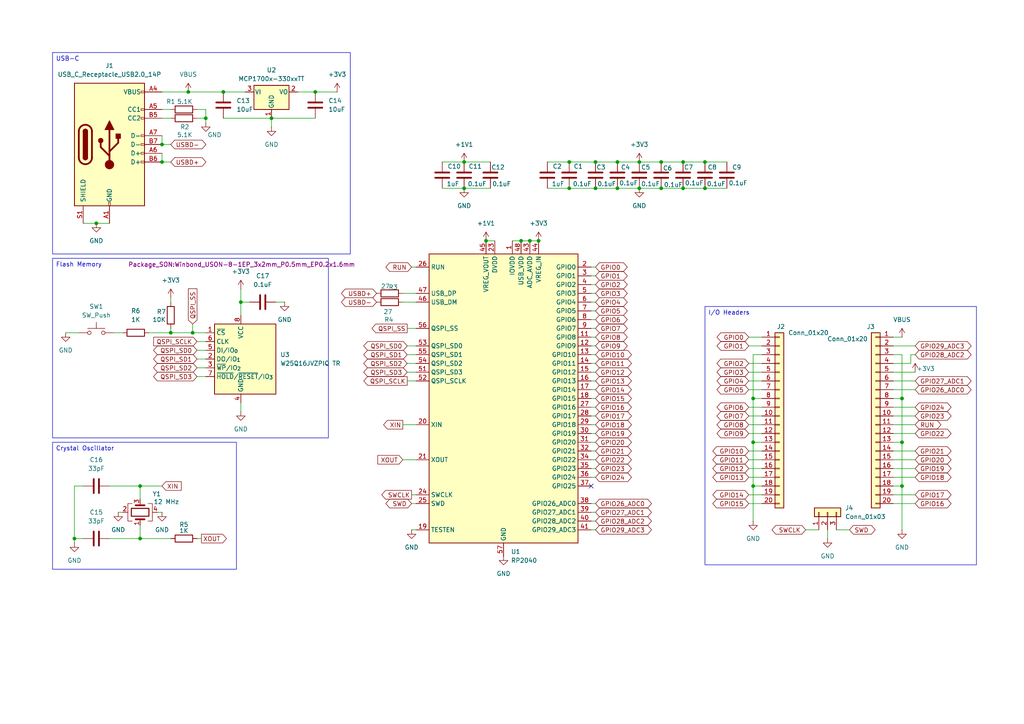
<source format=kicad_sch>
(kicad_sch (version 20250114) (generator "eeschema") (generator_version "9.0")
  (paper "A4")
  (lib_symbols
    (symbol "Connector:USB_C_Receptacle_USB2.0_14P" (pin_names (offset 1.016))
      (property "Reference" "J" (at 0 22.225 0))
      (property "Value" "USB_C_Receptacle_USB2.0_14P" (at 0 19.685 0))
      (symbol "USB_C_Receptacle_USB2.0_14P_1_1"
        (pin passive line (at -7.62 -22.86 90) (length 5.08) (name "SHIELD") (number "S1"))
        (pin passive line (at 0 -22.86 90) (length 5.08) (name "GND") (number "A1"))
        (pin passive line (at 0 -22.86 90) (length 5.08) (hide yes) (name "GND") (number "A12"))
        (pin passive line (at 0 -22.86 90) (length 5.08) (hide yes) (name "GND") (number "B1"))
        (pin passive line (at 0 -22.86 90) (length 5.08) (hide yes) (name "GND") (number "B12"))
        (pin passive line (at 15.24 15.24 180) (length 5.08) (name "VBUS") (number "A4"))
        (pin passive line (at 15.24 15.24 180) (length 5.08) (hide yes) (name "VBUS") (number "A9"))
        (pin passive line (at 15.24 15.24 180) (length 5.08) (hide yes) (name "VBUS") (number "B4"))
        (pin passive line (at 15.24 15.24 180) (length 5.08) (hide yes) (name "VBUS") (number "B9"))
        (pin bidirectional line (at 15.24 10.16 180) (length 5.08) (name "CC1") (number "A5"))
        (pin bidirectional line (at 15.24 7.62 180) (length 5.08) (name "CC2") (number "B5"))
        (pin bidirectional line (at 15.24 2.54 180) (length 5.08) (name "D-") (number "A7"))
        (pin bidirectional line (at 15.24 0 180) (length 5.08) (name "D-") (number "B7"))
        (pin bidirectional line (at 15.24 -2.54 180) (length 5.08) (name "D+") (number "A6"))
        (pin bidirectional line (at 15.24 -5.08 180) (length 5.08) (name "D+") (number "B6"))
      )
    )
    (symbol "Connector_Generic:Conn_01x03" (pin_names (offset 1.016) (hide yes))
      (property "Reference" "J" (at 0 5.08 0))
      (property "Value" "Conn_01x03" (at 0 -5.08 0))
      (symbol "Conn_01x03_1_1"
        (pin passive line (at -5.08 2.54 0) (length 3.81) (name "Pin_1") (number "1"))
        (pin passive line (at -5.08 0 0) (length 3.81) (name "Pin_2") (number "2"))
        (pin passive line (at -5.08 -2.54 0) (length 3.81) (name "Pin_3") (number "3"))
      )
    )
    (symbol "Connector_Generic:Conn_01x20" (pin_names (offset 1.016) (hide yes))
      (property "Reference" "J" (at 0 25.4 0))
      (property "Value" "Conn_01x20" (at 0 -27.94 0))
      (symbol "Conn_01x20_1_1"
        (pin passive line (at -5.08 22.86 0) (length 3.81) (name "Pin_1") (number "1"))
        (pin passive line (at -5.08 20.32 0) (length 3.81) (name "Pin_2") (number "2"))
        (pin passive line (at -5.08 17.78 0) (length 3.81) (name "Pin_3") (number "3"))
        (pin passive line (at -5.08 15.24 0) (length 3.81) (name "Pin_4") (number "4"))
        (pin passive line (at -5.08 12.7 0) (length 3.81) (name "Pin_5") (number "5"))
        (pin passive line (at -5.08 10.16 0) (length 3.81) (name "Pin_6") (number "6"))
        (pin passive line (at -5.08 7.62 0) (length 3.81) (name "Pin_7") (number "7"))
        (pin passive line (at -5.08 5.08 0) (length 3.81) (name "Pin_8") (number "8"))
        (pin passive line (at -5.08 2.54 0) (length 3.81) (name "Pin_9") (number "9"))
        (pin passive line (at -5.08 0 0) (length 3.81) (name "Pin_10") (number "10"))
        (pin passive line (at -5.08 -2.54 0) (length 3.81) (name "Pin_11") (number "11"))
        (pin passive line (at -5.08 -5.08 0) (length 3.81) (name "Pin_12") (number "12"))
        (pin passive line (at -5.08 -7.62 0) (length 3.81) (name "Pin_13") (number "13"))
        (pin passive line (at -5.08 -10.16 0) (length 3.81) (name "Pin_14") (number "14"))
        (pin passive line (at -5.08 -12.7 0) (length 3.81) (name "Pin_15") (number "15"))
        (pin passive line (at -5.08 -15.24 0) (length 3.81) (name "Pin_16") (number "16"))
        (pin passive line (at -5.08 -17.78 0) (length 3.81) (name "Pin_17") (number "17"))
        (pin passive line (at -5.08 -20.32 0) (length 3.81) (name "Pin_18") (number "18"))
        (pin passive line (at -5.08 -22.86 0) (length 3.81) (name "Pin_19") (number "19"))
        (pin passive line (at -5.08 -25.4 0) (length 3.81) (name "Pin_20") (number "20"))
      )
    )
    (symbol "Device:C" (pin_numbers (hide yes)) (pin_names (offset 0.254))
      (property "Reference" "C" (at 0.635 2.54 0))
      (property "Value" "C" (at 0.635 -2.54 0))
      (symbol "C_1_1"
        (pin passive line (at 0 3.81 270) (length 2.794) (name "~") (number "1"))
        (pin passive line (at 0 -3.81 90) (length 2.794) (name "~") (number "2"))
      )
    )
    (symbol "Device:Crystal_GND24" (pin_names (offset 1.016) (hide yes))
      (property "Reference" "Y" (at 3.175 5.08 0))
      (property "Value" "Crystal_GND24" (at 3.175 3.175 0))
      (symbol "Crystal_GND24_1_1"
        (pin passive line (at -3.81 0 0) (length 1.27) (name "1") (number "1"))
        (pin passive line (at 0 5.08 270) (length 1.27) (name "2") (number "2"))
        (pin passive line (at 0 -5.08 90) (length 1.27) (name "4") (number "4"))
        (pin passive line (at 3.81 0 180) (length 1.27) (name "3") (number "3"))
      )
    )
    (symbol "Device:R" (pin_numbers (hide yes)) (pin_names (offset 0))
      (property "Reference" "R" (at 2.032 0 90))
      (property "Value" "R" (at 0 0 90))
      (symbol "R_1_1"
        (pin passive line (at 0 3.81 270) (length 1.27) (name "~") (number "1"))
        (pin passive line (at 0 -3.81 90) (length 1.27) (name "~") (number "2"))
      )
    )
    (symbol "MCU_RaspberryPi:RP2040"
      (property "Reference" "U" (at 17.78 45.72 0))
      (property "Value" "RP2040" (at 17.78 43.18 0))
      (symbol "RP2040_1_1"
        (pin input line (at -25.4 38.1 0) (length 3.81) (name "RUN") (number "26"))
        (pin bidirectional line (at -25.4 30.48 0) (length 3.81) (name "USB_DP") (number "47"))
        (pin bidirectional line (at -25.4 27.94 0) (length 3.81) (name "USB_DM") (number "46"))
        (pin bidirectional line (at -25.4 20.32 0) (length 3.81) (name "QSPI_SS") (number "56"))
        (pin bidirectional line (at -25.4 15.24 0) (length 3.81) (name "QSPI_SD0") (number "53"))
        (pin bidirectional line (at -25.4 12.7 0) (length 3.81) (name "QSPI_SD1") (number "55"))
        (pin bidirectional line (at -25.4 10.16 0) (length 3.81) (name "QSPI_SD2") (number "54"))
        (pin bidirectional line (at -25.4 7.62 0) (length 3.81) (name "QSPI_SD3") (number "51"))
        (pin output line (at -25.4 5.08 0) (length 3.81) (name "QSPI_SCLK") (number "52"))
        (pin input line (at -25.4 -7.62 0) (length 3.81) (name "XIN") (number "20"))
        (pin passive line (at -25.4 -17.78 0) (length 3.81) (name "XOUT") (number "21"))
        (pin input line (at -25.4 -27.94 0) (length 3.81) (name "SWCLK") (number "24"))
        (pin bidirectional line (at -25.4 -30.48 0) (length 3.81) (name "SWD") (number "25"))
        (pin input line (at -25.4 -38.1 0) (length 3.81) (name "TESTEN") (number "19"))
        (pin power_out line (at -5.08 45.72 270) (length 3.81) (name "VREG_VOUT") (number "45"))
        (pin power_in line (at -2.54 45.72 270) (length 3.81) (name "DVDD") (number "23"))
        (pin passive line (at -2.54 45.72 270) (length 3.81) (hide yes) (name "DVDD") (number "50"))
        (pin power_in line (at 0 -45.72 90) (length 3.81) (name "GND") (number "57"))
        (pin power_in line (at 2.54 45.72 270) (length 3.81) (name "IOVDD") (number "1"))
        (pin passive line (at 2.54 45.72 270) (length 3.81) (hide yes) (name "IOVDD") (number "10"))
        (pin passive line (at 2.54 45.72 270) (length 3.81) (hide yes) (name "IOVDD") (number "22"))
        (pin passive line (at 2.54 45.72 270) (length 3.81) (hide yes) (name "IOVDD") (number "33"))
        (pin passive line (at 2.54 45.72 270) (length 3.81) (hide yes) (name "IOVDD") (number "42"))
        (pin passive line (at 2.54 45.72 270) (length 3.81) (hide yes) (name "IOVDD") (number "49"))
        (pin power_in line (at 5.08 45.72 270) (length 3.81) (name "USB_VDD") (number "48"))
        (pin power_in line (at 7.62 45.72 270) (length 3.81) (name "ADC_AVDD") (number "43"))
        (pin power_in line (at 10.16 45.72 270) (length 3.81) (name "VREG_IN") (number "44"))
        (pin bidirectional line (at 25.4 38.1 180) (length 3.81) (name "GPIO0") (number "2"))
        (pin bidirectional line (at 25.4 35.56 180) (length 3.81) (name "GPIO1") (number "3"))
        (pin bidirectional line (at 25.4 33.02 180) (length 3.81) (name "GPIO2") (number "4"))
        (pin bidirectional line (at 25.4 30.48 180) (length 3.81) (name "GPIO3") (number "5"))
        (pin bidirectional line (at 25.4 27.94 180) (length 3.81) (name "GPIO4") (number "6"))
        (pin bidirectional line (at 25.4 25.4 180) (length 3.81) (name "GPIO5") (number "7"))
        (pin bidirectional line (at 25.4 22.86 180) (length 3.81) (name "GPIO6") (number "8"))
        (pin bidirectional line (at 25.4 20.32 180) (length 3.81) (name "GPIO7") (number "9"))
        (pin bidirectional line (at 25.4 17.78 180) (length 3.81) (name "GPIO8") (number "11"))
        (pin bidirectional line (at 25.4 15.24 180) (length 3.81) (name "GPIO9") (number "12"))
        (pin bidirectional line (at 25.4 12.7 180) (length 3.81) (name "GPIO10") (number "13"))
        (pin bidirectional line (at 25.4 10.16 180) (length 3.81) (name "GPIO11") (number "14"))
        (pin bidirectional line (at 25.4 7.62 180) (length 3.81) (name "GPIO12") (number "15"))
        (pin bidirectional line (at 25.4 5.08 180) (length 3.81) (name "GPIO13") (number "16"))
        (pin bidirectional line (at 25.4 2.54 180) (length 3.81) (name "GPIO14") (number "17"))
        (pin bidirectional line (at 25.4 0 180) (length 3.81) (name "GPIO15") (number "18"))
        (pin bidirectional line (at 25.4 -2.54 180) (length 3.81) (name "GPIO16") (number "27"))
        (pin bidirectional line (at 25.4 -5.08 180) (length 3.81) (name "GPIO17") (number "28"))
        (pin bidirectional line (at 25.4 -7.62 180) (length 3.81) (name "GPIO18") (number "29"))
        (pin bidirectional line (at 25.4 -10.16 180) (length 3.81) (name "GPIO19") (number "30"))
        (pin bidirectional line (at 25.4 -12.7 180) (length 3.81) (name "GPIO20") (number "31"))
        (pin bidirectional line (at 25.4 -15.24 180) (length 3.81) (name "GPIO21") (number "32"))
        (pin bidirectional line (at 25.4 -17.78 180) (length 3.81) (name "GPIO22") (number "34"))
        (pin bidirectional line (at 25.4 -20.32 180) (length 3.81) (name "GPIO23") (number "35"))
        (pin bidirectional line (at 25.4 -22.86 180) (length 3.81) (name "GPIO24") (number "36"))
        (pin bidirectional line (at 25.4 -25.4 180) (length 3.81) (name "GPIO25") (number "37"))
        (pin bidirectional line (at 25.4 -30.48 180) (length 3.81) (name "GPIO26_ADC0") (number "38"))
        (pin bidirectional line (at 25.4 -33.02 180) (length 3.81) (name "GPIO27_ADC1") (number "39"))
        (pin bidirectional line (at 25.4 -35.56 180) (length 3.81) (name "GPIO28_ADC2") (number "40"))
        (pin bidirectional line (at 25.4 -38.1 180) (length 3.81) (name "GPIO29_ADC3") (number "41"))
      )
    )
    (symbol "Memory_Flash:W25Q128JVS"
      (property "Reference" "U" (at -6.35 11.43 0))
      (property "Value" "W25Q128JVS" (at 7.62 11.43 0))
      (symbol "W25Q128JVS_1_1"
        (pin input line (at -10.16 7.62 0) (length 2.54) (name "~{CS}") (number "1"))
        (pin input line (at -10.16 5.08 0) (length 2.54) (name "CLK") (number "6"))
        (pin bidirectional line (at -10.16 2.54 0) (length 2.54) (name "DI/IO_{0}") (number "5"))
        (pin bidirectional line (at -10.16 0 0) (length 2.54) (name "DO/IO_{1}") (number "2"))
        (pin bidirectional line (at -10.16 -2.54 0) (length 2.54) (name "~{WP}/IO_{2}") (number "3"))
        (pin bidirectional line (at -10.16 -5.08 0) (length 2.54) (name "~{HOLD}/~{RESET}/IO_{3}") (number "7"))
        (pin power_in line (at 0 12.7 270) (length 2.54) (name "VCC") (number "8"))
        (pin power_in line (at 0 -12.7 90) (length 2.54) (name "GND") (number "4"))
      )
    )
    (symbol "Regulator_Linear:MCP1700x-330xxTT" (pin_names (offset 0.254))
      (property "Reference" "U" (at -3.81 3.175 0))
      (property "Value" "MCP1700x-330xxTT" (at 0 3.175 0))
      (symbol "MCP1700x-330xxTT_1_1"
        (pin power_in line (at -7.62 0 0) (length 2.54) (name "VI") (number "3"))
        (pin power_in line (at 0 -7.62 90) (length 2.54) (name "GND") (number "1"))
        (pin power_out line (at 7.62 0 180) (length 2.54) (name "VO") (number "2"))
      )
    )
    (symbol "Switch:SW_Push" (pin_numbers (hide yes)) (pin_names (offset 1.016) (hide yes))
      (property "Reference" "SW" (at 1.27 2.54 0))
      (property "Value" "SW_Push" (at 0 -1.524 0))
      (symbol "SW_Push_0_1"
        (pin passive line (at -5.08 0 0) (length 2.54) (name "1") (number "1"))
        (pin passive line (at 5.08 0 180) (length 2.54) (name "2") (number "2"))
      )
    )
    (symbol "power:+1V1" (power) (pin_numbers (hide yes)) (pin_names (offset 0) (hide yes))
      (property "Value" "+1V1" (at 0 3.556 0))
      (symbol "+1V1_1_1"
        (pin power_in line (at 0 0 90) (length 0) (name "~") (number "1"))
      )
    )
    (symbol "power:+3V3" (power) (pin_numbers (hide yes)) (pin_names (offset 0) (hide yes))
      (property "Value" "+3V3" (at 0 3.556 0))
      (symbol "+3V3_1_1"
        (pin power_in line (at 0 0 90) (length 0) (name "~") (number "1"))
      )
    )
    (symbol "power:GND" (power) (pin_numbers (hide yes)) (pin_names (offset 0) (hide yes))
      (property "Value" "GND" (at 0 -3.81 0))
      (symbol "GND_1_1"
        (pin power_in line (at 0 0 270) (length 0) (name "~") (number "1"))
      )
    )
    (symbol "power:VBUS" (power) (pin_numbers (hide yes)) (pin_names (offset 0) (hide yes))
      (property "Value" "VBUS" (at 0 3.556 0))
      (symbol "VBUS_1_1"
        (pin power_in line (at 0 0 90) (length 0) (name "~") (number "1"))
      )
    )
  )
  (text_box "Flash Memory" (at 15.24 74.93 0) (size 80.01 52.07) (margins 0.9525 0.9525 0.9525 0.9525) (effects (font (size 1.27 1.27)) (justify left top)))
  (text_box "I/O Headers" (at 204.47 88.9 0) (size 78.74 74.93) (margins 0.9525 0.9525 0.9525 0.9525) (effects (font (size 1.27 1.27)) (justify left top)))
  (text_box "Crystal Oscillator" (at 15.24 128.27 0) (size 53.34 36.83) (margins 0.9525 0.9525 0.9525 0.9525) (effects (font (size 1.27 1.27)) (justify left top)))
  (text_box "USB-C" (at 15.24 15.24 0) (size 86.36 58.42) (margins 0.9525 0.9525 0.9525 0.9525) (effects (font (size 1.27 1.27)) (justify left top)))
  (junction (at 172.72 46.99))
  (junction (at 151.13 69.85))
  (junction (at 218.44 115.57))
  (junction (at 179.07 46.99))
  (junction (at 261.62 140.97))
  (junction (at 165.1 54.61))
  (junction (at 134.62 54.61))
  (junction (at 198.12 54.61))
  (junction (at 91.44 26.67))
  (junction (at 198.12 46.99))
  (junction (at 191.77 46.99))
  (junction (at 54.61 26.67))
  (junction (at 153.67 69.85))
  (junction (at 140.97 69.85))
  (junction (at 49.53 96.52))
  (junction (at 261.62 115.57))
  (junction (at 64.77 26.67))
  (junction (at 185.42 54.61))
  (junction (at 21.59 156.21))
  (junction (at 204.47 46.99))
  (junction (at 46.99 41.91))
  (junction (at 69.85 87.63))
  (junction (at 59.69 34.29))
  (junction (at 78.74 34.29))
  (junction (at 40.64 140.97))
  (junction (at 156.21 69.85))
  (junction (at 179.07 54.61))
  (junction (at 204.47 54.61))
  (junction (at 40.64 156.21))
  (junction (at 191.77 54.61))
  (junction (at 218.44 128.27))
  (junction (at 185.42 46.99))
  (junction (at 27.94 64.77))
  (junction (at 218.44 140.97))
  (junction (at 134.62 46.99))
  (junction (at 165.1 46.99))
  (junction (at 261.62 128.27))
  (junction (at 46.99 46.99))
  (junction (at 55.88 96.52))
  (junction (at 172.72 54.61))
  (no_connect (at 171.45 140.97))
  (wire (pts (xy 172.72 125.73) (xy 171.45 125.73)))
  (wire (pts (xy 261.62 128.27) (xy 261.62 140.97)))
  (wire (pts (xy 40.64 144.78) (xy 40.64 140.97)))
  (wire (pts (xy 218.44 140.97) (xy 218.44 151.13)))
  (wire (pts (xy 55.88 96.52) (xy 59.69 96.52)))
  (wire (pts (xy 172.72 90.17) (xy 171.45 90.17)))
  (wire (pts (xy 119.38 143.51) (xy 120.65 143.51)))
  (wire (pts (xy 172.72 118.11) (xy 171.45 118.11)))
  (wire (pts (xy 265.43 102.87) (xy 264.16 102.87)))
  (wire (pts (xy 31.75 140.97) (xy 40.64 140.97)))
  (wire (pts (xy 118.11 102.87) (xy 120.65 102.87)))
  (wire (pts (xy 172.72 105.41) (xy 171.45 105.41)))
  (wire (pts (xy 57.15 34.29) (xy 59.69 34.29)))
  (wire (pts (xy 116.84 123.19) (xy 120.65 123.19)))
  (wire (pts (xy 172.72 135.89) (xy 171.45 135.89)))
  (wire (pts (xy 172.72 102.87) (xy 171.45 102.87)))
  (wire (pts (xy 218.44 115.57) (xy 220.98 115.57)))
  (wire (pts (xy 246.38 153.67) (xy 242.57 153.67)))
  (wire (pts (xy 217.17 143.51) (xy 220.98 143.51)))
  (wire (pts (xy 118.11 95.25) (xy 120.65 95.25)))
  (wire (pts (xy 172.72 146.05) (xy 171.45 146.05)))
  (wire (pts (xy 265.43 135.89) (xy 259.08 135.89)))
  (wire (pts (xy 46.99 46.99) (xy 49.53 46.99)))
  (wire (pts (xy 220.98 102.87) (xy 218.44 102.87)))
  (wire (pts (xy 43.18 96.52) (xy 49.53 96.52)))
  (wire (pts (xy 217.17 105.41) (xy 220.98 105.41)))
  (wire (pts (xy 172.72 115.57) (xy 171.45 115.57)))
  (wire (pts (xy 265.43 125.73) (xy 259.08 125.73)))
  (wire (pts (xy 57.15 106.68) (xy 59.69 106.68)))
  (wire (pts (xy 264.16 102.87) (xy 264.16 105.41)))
  (wire (pts (xy 233.68 153.67) (xy 237.49 153.67)))
  (wire (pts (xy 134.62 46.99) (xy 142.24 46.99)))
  (wire (pts (xy 265.43 130.81) (xy 259.08 130.81)))
  (wire (pts (xy 172.72 95.25) (xy 171.45 95.25)))
  (wire (pts (xy 191.77 46.99) (xy 198.12 46.99)))
  (wire (pts (xy 128.27 46.99) (xy 134.62 46.99)))
  (wire (pts (xy 116.84 133.35) (xy 120.65 133.35)))
  (wire (pts (xy 165.1 46.99) (xy 172.72 46.99)))
  (wire (pts (xy 172.72 80.01) (xy 171.45 80.01)))
  (wire (pts (xy 172.72 110.49) (xy 171.45 110.49)))
  (wire (pts (xy 128.27 54.61) (xy 134.62 54.61)))
  (wire (pts (xy 179.07 54.61) (xy 185.42 54.61)))
  (wire (pts (xy 265.43 143.51) (xy 259.08 143.51)))
  (wire (pts (xy 218.44 140.97) (xy 220.98 140.97)))
  (wire (pts (xy 265.43 146.05) (xy 259.08 146.05)))
  (wire (pts (xy 118.11 105.41) (xy 120.65 105.41)))
  (wire (pts (xy 185.42 46.99) (xy 191.77 46.99)))
  (wire (pts (xy 40.64 140.97) (xy 46.99 140.97)))
  (wire (pts (xy 191.77 54.61) (xy 198.12 54.61)))
  (wire (pts (xy 69.85 116.84) (xy 69.85 119.38)))
  (wire (pts (xy 172.72 100.33) (xy 171.45 100.33)))
  (wire (pts (xy 217.17 100.33) (xy 220.98 100.33)))
  (wire (pts (xy 217.17 146.05) (xy 220.98 146.05)))
  (wire (pts (xy 172.72 120.65) (xy 171.45 120.65)))
  (wire (pts (xy 265.43 120.65) (xy 259.08 120.65)))
  (wire (pts (xy 265.43 107.95) (xy 259.08 107.95)))
  (wire (pts (xy 57.15 109.22) (xy 59.69 109.22)))
  (wire (pts (xy 217.17 123.19) (xy 220.98 123.19)))
  (wire (pts (xy 119.38 77.47) (xy 120.65 77.47)))
  (wire (pts (xy 134.62 54.61) (xy 142.24 54.61)))
  (wire (pts (xy 21.59 156.21) (xy 21.59 157.48)))
  (wire (pts (xy 153.67 69.85) (xy 156.21 69.85)))
  (wire (pts (xy 259.08 102.87) (xy 261.62 102.87)))
  (wire (pts (xy 204.47 54.61) (xy 210.82 54.61)))
  (wire (pts (xy 46.99 26.67) (xy 54.61 26.67)))
  (wire (pts (xy 59.69 31.75) (xy 57.15 31.75)))
  (wire (pts (xy 172.72 87.63) (xy 171.45 87.63)))
  (wire (pts (xy 179.07 46.99) (xy 185.42 46.99)))
  (wire (pts (xy 118.11 100.33) (xy 120.65 100.33)))
  (wire (pts (xy 57.15 156.21) (xy 58.42 156.21)))
  (wire (pts (xy 59.69 34.29) (xy 59.69 35.56)))
  (wire (pts (xy 33.02 96.52) (xy 35.56 96.52)))
  (wire (pts (xy 259.08 128.27) (xy 261.62 128.27)))
  (wire (pts (xy 34.29 148.59) (xy 35.56 148.59)))
  (wire (pts (xy 64.77 34.29) (xy 78.74 34.29)))
  (wire (pts (xy 158.75 54.61) (xy 165.1 54.61)))
  (wire (pts (xy 59.69 34.29) (xy 59.69 31.75)))
  (wire (pts (xy 217.17 135.89) (xy 220.98 135.89)))
  (wire (pts (xy 19.05 96.52) (xy 22.86 96.52)))
  (wire (pts (xy 218.44 128.27) (xy 218.44 140.97)))
  (wire (pts (xy 165.1 54.61) (xy 172.72 54.61)))
  (wire (pts (xy 265.43 138.43) (xy 259.08 138.43)))
  (wire (pts (xy 91.44 26.67) (xy 97.79 26.67)))
  (wire (pts (xy 172.72 82.55) (xy 171.45 82.55)))
  (wire (pts (xy 240.03 156.21) (xy 240.03 153.67)))
  (wire (pts (xy 172.72 148.59) (xy 171.45 148.59)))
  (wire (pts (xy 46.99 31.75) (xy 49.53 31.75)))
  (wire (pts (xy 49.53 95.25) (xy 49.53 96.52)))
  (wire (pts (xy 265.43 113.03) (xy 259.08 113.03)))
  (wire (pts (xy 21.59 140.97) (xy 24.13 140.97)))
  (wire (pts (xy 158.75 46.99) (xy 165.1 46.99)))
  (wire (pts (xy 172.72 133.35) (xy 171.45 133.35)))
  (wire (pts (xy 217.17 113.03) (xy 220.98 113.03)))
  (wire (pts (xy 118.11 107.95) (xy 120.65 107.95)))
  (wire (pts (xy 217.17 118.11) (xy 220.98 118.11)))
  (wire (pts (xy 24.13 156.21) (xy 21.59 156.21)))
  (wire (pts (xy 172.72 113.03) (xy 171.45 113.03)))
  (wire (pts (xy 78.74 34.29) (xy 78.74 36.83)))
  (wire (pts (xy 172.72 130.81) (xy 171.45 130.81)))
  (wire (pts (xy 265.43 123.19) (xy 259.08 123.19)))
  (wire (pts (xy 24.13 64.77) (xy 27.94 64.77)))
  (wire (pts (xy 118.11 110.49) (xy 120.65 110.49)))
  (wire (pts (xy 172.72 77.47) (xy 171.45 77.47)))
  (wire (pts (xy 265.43 100.33) (xy 259.08 100.33)))
  (wire (pts (xy 49.53 96.52) (xy 55.88 96.52)))
  (wire (pts (xy 80.01 87.63) (xy 82.55 87.63)))
  (wire (pts (xy 119.38 153.67) (xy 120.65 153.67)))
  (wire (pts (xy 69.85 87.63) (xy 69.85 91.44)))
  (wire (pts (xy 172.72 85.09) (xy 171.45 85.09)))
  (wire (pts (xy 261.62 115.57) (xy 261.62 128.27)))
  (wire (pts (xy 259.08 115.57) (xy 261.62 115.57)))
  (wire (pts (xy 265.43 110.49) (xy 259.08 110.49)))
  (wire (pts (xy 148.59 69.85) (xy 151.13 69.85)))
  (wire (pts (xy 40.64 156.21) (xy 49.53 156.21)))
  (wire (pts (xy 218.44 102.87) (xy 218.44 115.57)))
  (wire (pts (xy 54.61 26.67) (xy 64.77 26.67)))
  (wire (pts (xy 261.62 97.79) (xy 259.08 97.79)))
  (wire (pts (xy 218.44 128.27) (xy 220.98 128.27)))
  (wire (pts (xy 40.64 152.4) (xy 40.64 156.21)))
  (wire (pts (xy 264.16 105.41) (xy 259.08 105.41)))
  (wire (pts (xy 49.53 86.36) (xy 49.53 87.63)))
  (wire (pts (xy 217.17 107.95) (xy 220.98 107.95)))
  (wire (pts (xy 151.13 69.85) (xy 153.67 69.85)))
  (wire (pts (xy 217.17 138.43) (xy 220.98 138.43)))
  (wire (pts (xy 21.59 156.21) (xy 21.59 140.97)))
  (wire (pts (xy 172.72 107.95) (xy 171.45 107.95)))
  (wire (pts (xy 172.72 92.71) (xy 171.45 92.71)))
  (wire (pts (xy 261.62 102.87) (xy 261.62 115.57)))
  (wire (pts (xy 116.84 85.09) (xy 120.65 85.09)))
  (wire (pts (xy 78.74 34.29) (xy 91.44 34.29)))
  (wire (pts (xy 265.43 118.11) (xy 259.08 118.11)))
  (wire (pts (xy 46.99 44.45) (xy 46.99 46.99)))
  (wire (pts (xy 55.88 93.98) (xy 55.88 96.52)))
  (wire (pts (xy 31.75 156.21) (xy 40.64 156.21)))
  (wire (pts (xy 261.62 140.97) (xy 261.62 153.67)))
  (wire (pts (xy 198.12 54.61) (xy 204.47 54.61)))
  (wire (pts (xy 57.15 104.14) (xy 59.69 104.14)))
  (wire (pts (xy 217.17 125.73) (xy 220.98 125.73)))
  (wire (pts (xy 46.99 39.37) (xy 46.99 41.91)))
  (wire (pts (xy 204.47 46.99) (xy 210.82 46.99)))
  (wire (pts (xy 185.42 54.61) (xy 191.77 54.61)))
  (wire (pts (xy 198.12 46.99) (xy 204.47 46.99)))
  (wire (pts (xy 172.72 153.67) (xy 171.45 153.67)))
  (wire (pts (xy 86.36 26.67) (xy 91.44 26.67)))
  (wire (pts (xy 27.94 64.77) (xy 31.75 64.77)))
  (wire (pts (xy 172.72 123.19) (xy 171.45 123.19)))
  (wire (pts (xy 172.72 128.27) (xy 171.45 128.27)))
  (wire (pts (xy 172.72 46.99) (xy 179.07 46.99)))
  (wire (pts (xy 119.38 146.05) (xy 120.65 146.05)))
  (wire (pts (xy 69.85 83.82) (xy 69.85 87.63)))
  (wire (pts (xy 265.43 133.35) (xy 259.08 133.35)))
  (wire (pts (xy 217.17 110.49) (xy 220.98 110.49)))
  (wire (pts (xy 57.15 101.6) (xy 59.69 101.6)))
  (wire (pts (xy 140.97 69.85) (xy 143.51 69.85)))
  (wire (pts (xy 46.99 41.91) (xy 49.53 41.91)))
  (wire (pts (xy 64.77 26.67) (xy 71.12 26.67)))
  (wire (pts (xy 217.17 130.81) (xy 220.98 130.81)))
  (wire (pts (xy 46.99 34.29) (xy 49.53 34.29)))
  (wire (pts (xy 172.72 151.13) (xy 171.45 151.13)))
  (wire (pts (xy 72.39 87.63) (xy 69.85 87.63)))
  (wire (pts (xy 172.72 97.79) (xy 171.45 97.79)))
  (wire (pts (xy 259.08 140.97) (xy 261.62 140.97)))
  (wire (pts (xy 45.72 148.59) (xy 46.99 148.59)))
  (wire (pts (xy 217.17 133.35) (xy 220.98 133.35)))
  (wire (pts (xy 57.15 99.06) (xy 59.69 99.06)))
  (wire (pts (xy 217.17 120.65) (xy 220.98 120.65)))
  (wire (pts (xy 116.84 87.63) (xy 120.65 87.63)))
  (wire (pts (xy 172.72 138.43) (xy 171.45 138.43)))
  (wire (pts (xy 217.17 97.79) (xy 220.98 97.79)))
  (wire (pts (xy 218.44 115.57) (xy 218.44 128.27)))
  (wire (pts (xy 172.72 54.61) (xy 179.07 54.61)))
  (global_label "QSPI_SD0" (shape bidirectional) (at 118.11 100.33 180) (property "Intersheetrefs" "${INTERSHEET_REFS}" (effects (hide yes))))
  (global_label "GPIO19" (shape bidirectional) (at 172.72 125.73 0) (property "Intersheetrefs" "${INTERSHEET_REFS}" (effects (hide yes))))
  (global_label "GPIO22" (shape bidirectional) (at 172.72 133.35 0) (property "Intersheetrefs" "${INTERSHEET_REFS}" (effects (hide yes))))
  (global_label "GPIO27_ADC1" (shape bidirectional) (at 172.72 148.59 0) (property "Intersheetrefs" "${INTERSHEET_REFS}" (effects (hide yes))))
  (global_label "GPIO27_ADC1" (shape bidirectional) (at 265.43 110.49 0) (property "Intersheetrefs" "${INTERSHEET_REFS}" (effects (hide yes))))
  (global_label "GPIO21" (shape bidirectional) (at 172.72 130.81 0) (property "Intersheetrefs" "${INTERSHEET_REFS}" (effects (hide yes))))
  (global_label "GPIO7" (shape bidirectional) (at 172.72 95.25 0) (property "Intersheetrefs" "${INTERSHEET_REFS}" (effects (hide yes))))
  (global_label "GPIO4" (shape bidirectional) (at 172.72 87.63 0) (property "Intersheetrefs" "${INTERSHEET_REFS}" (effects (hide yes))))
  (global_label "GPIO5" (shape bidirectional) (at 217.17 113.03 180) (property "Intersheetrefs" "${INTERSHEET_REFS}" (effects (hide yes))))
  (global_label "GPIO24" (shape bidirectional) (at 265.43 118.11 0) (property "Intersheetrefs" "${INTERSHEET_REFS}" (effects (hide yes))))
  (global_label "QSPI_SCLK" (shape input) (at 57.15 99.06 180) (property "Intersheetrefs" "${INTERSHEET_REFS}" (effects (hide yes))))
  (global_label "GPIO10" (shape bidirectional) (at 172.72 102.87 0) (property "Intersheetrefs" "${INTERSHEET_REFS}" (effects (hide yes))))
  (global_label "GPIO17" (shape bidirectional) (at 172.72 120.65 0) (property "Intersheetrefs" "${INTERSHEET_REFS}" (effects (hide yes))))
  (global_label "SWD" (shape bidirectional) (at 119.38 146.05 180) (property "Intersheetrefs" "${INTERSHEET_REFS}" (effects (hide yes))))
  (global_label "SWCLK" (shape output) (at 119.38 143.51 180) (property "Intersheetrefs" "${INTERSHEET_REFS}" (effects (hide yes))))
  (global_label "USBD-" (shape bidirectional) (at 49.53 41.91 0) (property "Intersheetrefs" "${INTERSHEET_REFS}" (effects (hide yes))))
  (global_label "QSPI_SD2" (shape bidirectional) (at 57.15 106.68 180) (property "Intersheetrefs" "${INTERSHEET_REFS}" (effects (hide yes))))
  (global_label "QSPI_SD1" (shape bidirectional) (at 118.11 102.87 180) (property "Intersheetrefs" "${INTERSHEET_REFS}" (effects (hide yes))))
  (global_label "GPIO7" (shape bidirectional) (at 217.17 120.65 180) (property "Intersheetrefs" "${INTERSHEET_REFS}" (effects (hide yes))))
  (global_label "GPIO26_ADC0" (shape bidirectional) (at 265.43 113.03 0) (property "Intersheetrefs" "${INTERSHEET_REFS}" (effects (hide yes))))
  (global_label "GPIO14" (shape bidirectional) (at 217.17 143.51 180) (property "Intersheetrefs" "${INTERSHEET_REFS}" (effects (hide yes))))
  (global_label "GPIO9" (shape bidirectional) (at 172.72 100.33 0) (property "Intersheetrefs" "${INTERSHEET_REFS}" (effects (hide yes))))
  (global_label "GPIO1" (shape bidirectional) (at 217.17 100.33 180) (property "Intersheetrefs" "${INTERSHEET_REFS}" (effects (hide yes))))
  (global_label "QSPI_SD1" (shape bidirectional) (at 57.15 104.14 180) (property "Intersheetrefs" "${INTERSHEET_REFS}" (effects (hide yes))))
  (global_label "GPIO10" (shape bidirectional) (at 217.17 130.81 180) (property "Intersheetrefs" "${INTERSHEET_REFS}" (effects (hide yes))))
  (global_label "GPIO23" (shape bidirectional) (at 172.72 135.89 0) (property "Intersheetrefs" "${INTERSHEET_REFS}" (effects (hide yes))))
  (global_label "GPIO15" (shape bidirectional) (at 217.17 146.05 180) (property "Intersheetrefs" "${INTERSHEET_REFS}" (effects (hide yes))))
  (global_label "GPIO20" (shape bidirectional) (at 265.43 133.35 0) (property "Intersheetrefs" "${INTERSHEET_REFS}" (effects (hide yes))))
  (global_label "GPIO14" (shape bidirectional) (at 172.72 113.03 0) (property "Intersheetrefs" "${INTERSHEET_REFS}" (effects (hide yes))))
  (global_label "QSPI_SS" (shape output) (at 118.11 95.25 180) (property "Intersheetrefs" "${INTERSHEET_REFS}" (effects (hide yes))))
  (global_label "QSPI_SCLK" (shape output) (at 118.11 110.49 180) (property "Intersheetrefs" "${INTERSHEET_REFS}" (effects (hide yes))))
  (global_label "GPIO21" (shape bidirectional) (at 265.43 130.81 0) (property "Intersheetrefs" "${INTERSHEET_REFS}" (effects (hide yes))))
  (global_label "GPIO16" (shape bidirectional) (at 265.43 146.05 0) (property "Intersheetrefs" "${INTERSHEET_REFS}" (effects (hide yes))))
  (global_label "GPIO2" (shape bidirectional) (at 217.17 105.41 180) (property "Intersheetrefs" "${INTERSHEET_REFS}" (effects (hide yes))))
  (global_label "GPIO8" (shape bidirectional) (at 217.17 123.19 180) (property "Intersheetrefs" "${INTERSHEET_REFS}" (effects (hide yes))))
  (global_label "GPIO18" (shape bidirectional) (at 172.72 123.19 0) (property "Intersheetrefs" "${INTERSHEET_REFS}" (effects (hide yes))))
  (global_label "QSPI_SD2" (shape bidirectional) (at 118.11 105.41 180) (property "Intersheetrefs" "${INTERSHEET_REFS}" (effects (hide yes))))
  (global_label "XIN" (shape input) (at 46.99 140.97 0) (property "Intersheetrefs" "${INTERSHEET_REFS}" (effects (hide yes))))
  (global_label "GPIO24" (shape bidirectional) (at 172.72 138.43 0) (property "Intersheetrefs" "${INTERSHEET_REFS}" (effects (hide yes))))
  (global_label "GPIO17" (shape bidirectional) (at 265.43 143.51 0) (property "Intersheetrefs" "${INTERSHEET_REFS}" (effects (hide yes))))
  (global_label "GPIO29_ADC3" (shape bidirectional) (at 172.72 153.67 0) (property "Intersheetrefs" "${INTERSHEET_REFS}" (effects (hide yes))))
  (global_label "GPIO12" (shape bidirectional) (at 172.72 107.95 0) (property "Intersheetrefs" "${INTERSHEET_REFS}" (effects (hide yes))))
  (global_label "GPIO11" (shape bidirectional) (at 217.17 133.35 180) (property "Intersheetrefs" "${INTERSHEET_REFS}" (effects (hide yes))))
  (global_label "GPIO13" (shape bidirectional) (at 217.17 138.43 180) (property "Intersheetrefs" "${INTERSHEET_REFS}" (effects (hide yes))))
  (global_label "GPIO8" (shape bidirectional) (at 172.72 97.79 0) (property "Intersheetrefs" "${INTERSHEET_REFS}" (effects (hide yes))))
  (global_label "GPIO6" (shape bidirectional) (at 172.72 92.71 0) (property "Intersheetrefs" "${INTERSHEET_REFS}" (effects (hide yes))))
  (global_label "QSPI_SD0" (shape bidirectional) (at 57.15 101.6 180) (property "Intersheetrefs" "${INTERSHEET_REFS}" (effects (hide yes))))
  (global_label "QSPI_SD3" (shape bidirectional) (at 118.11 107.95 180) (property "Intersheetrefs" "${INTERSHEET_REFS}" (effects (hide yes))))
  (global_label "GPIO4" (shape bidirectional) (at 217.17 110.49 180) (property "Intersheetrefs" "${INTERSHEET_REFS}" (effects (hide yes))))
  (global_label "USBD-" (shape bidirectional) (at 109.22 87.63 180) (property "Intersheetrefs" "${INTERSHEET_REFS}" (effects (hide yes))))
  (global_label "QSPI_SD3" (shape bidirectional) (at 57.15 109.22 180) (property "Intersheetrefs" "${INTERSHEET_REFS}" (effects (hide yes))))
  (global_label "QSPI_SS" (shape input) (at 55.88 93.98 90) (property "Intersheetrefs" "${INTERSHEET_REFS}" (effects (hide yes))))
  (global_label "GPIO3" (shape bidirectional) (at 172.72 85.09 0) (property "Intersheetrefs" "${INTERSHEET_REFS}" (effects (hide yes))))
  (global_label "GPIO2" (shape bidirectional) (at 172.72 82.55 0) (property "Intersheetrefs" "${INTERSHEET_REFS}" (effects (hide yes))))
  (global_label "GPIO0" (shape bidirectional) (at 172.72 77.47 0) (property "Intersheetrefs" "${INTERSHEET_REFS}" (effects (hide yes))))
  (global_label "GPIO23" (shape bidirectional) (at 265.43 120.65 0) (property "Intersheetrefs" "${INTERSHEET_REFS}" (effects (hide yes))))
  (global_label "GPIO26_ADC0" (shape bidirectional) (at 172.72 146.05 0) (property "Intersheetrefs" "${INTERSHEET_REFS}" (effects (hide yes))))
  (global_label "GPIO3" (shape bidirectional) (at 217.17 107.95 180) (property "Intersheetrefs" "${INTERSHEET_REFS}" (effects (hide yes))))
  (global_label "GPIO1" (shape bidirectional) (at 172.72 80.01 0) (property "Intersheetrefs" "${INTERSHEET_REFS}" (effects (hide yes))))
  (global_label "GPIO19" (shape bidirectional) (at 265.43 135.89 0) (property "Intersheetrefs" "${INTERSHEET_REFS}" (effects (hide yes))))
  (global_label "USBD+" (shape bidirectional) (at 49.53 46.99 0) (property "Intersheetrefs" "${INTERSHEET_REFS}" (effects (hide yes))))
  (global_label "GPIO28_ADC2" (shape bidirectional) (at 172.72 151.13 0) (property "Intersheetrefs" "${INTERSHEET_REFS}" (effects (hide yes))))
  (global_label "GPIO20" (shape bidirectional) (at 172.72 128.27 0) (property "Intersheetrefs" "${INTERSHEET_REFS}" (effects (hide yes))))
  (global_label "GPIO15" (shape bidirectional) (at 172.72 115.57 0) (property "Intersheetrefs" "${INTERSHEET_REFS}" (effects (hide yes))))
  (global_label "GPIO5" (shape bidirectional) (at 172.72 90.17 0) (property "Intersheetrefs" "${INTERSHEET_REFS}" (effects (hide yes))))
  (global_label "SWCLK" (shape bidirectional) (at 233.68 153.67 180) (property "Intersheetrefs" "${INTERSHEET_REFS}" (effects (hide yes))))
  (global_label "USBD+" (shape bidirectional) (at 109.22 85.09 180) (property "Intersheetrefs" "${INTERSHEET_REFS}" (effects (hide yes))))
  (global_label "GPIO18" (shape bidirectional) (at 265.43 138.43 0) (property "Intersheetrefs" "${INTERSHEET_REFS}" (effects (hide yes))))
  (global_label "GPIO12" (shape bidirectional) (at 217.17 135.89 180) (property "Intersheetrefs" "${INTERSHEET_REFS}" (effects (hide yes))))
  (global_label "XOUT" (shape input) (at 116.84 133.35 180) (property "Intersheetrefs" "${INTERSHEET_REFS}" (effects (hide yes))))
  (global_label "GPIO6" (shape bidirectional) (at 217.17 118.11 180) (property "Intersheetrefs" "${INTERSHEET_REFS}" (effects (hide yes))))
  (global_label "GPIO9" (shape bidirectional) (at 217.17 125.73 180) (property "Intersheetrefs" "${INTERSHEET_REFS}" (effects (hide yes))))
  (global_label "GPIO11" (shape bidirectional) (at 172.72 105.41 0) (property "Intersheetrefs" "${INTERSHEET_REFS}" (effects (hide yes))))
  (global_label "GPIO16" (shape bidirectional) (at 172.72 118.11 0) (property "Intersheetrefs" "${INTERSHEET_REFS}" (effects (hide yes))))
  (global_label "RUN" (shape bidirectional) (at 265.43 123.19 0) (property "Intersheetrefs" "${INTERSHEET_REFS}" (effects (hide yes))))
  (global_label "GPIO22" (shape bidirectional) (at 265.43 125.73 0) (property "Intersheetrefs" "${INTERSHEET_REFS}" (effects (hide yes))))
  (global_label "GPIO13" (shape bidirectional) (at 172.72 110.49 0) (property "Intersheetrefs" "${INTERSHEET_REFS}" (effects (hide yes))))
  (global_label "XOUT" (shape output) (at 58.42 156.21 0) (property "Intersheetrefs" "${INTERSHEET_REFS}" (effects (hide yes))))
  (global_label "XIN" (shape output) (at 116.84 123.19 180) (property "Intersheetrefs" "${INTERSHEET_REFS}" (effects (hide yes))))
  (global_label "GPIO29_ADC3" (shape bidirectional) (at 265.43 100.33 0) (property "Intersheetrefs" "${INTERSHEET_REFS}" (effects (hide yes))))
  (global_label "GPIO0" (shape bidirectional) (at 217.17 97.79 180) (property "Intersheetrefs" "${INTERSHEET_REFS}" (effects (hide yes))))
  (global_label "RUN" (shape bidirectional) (at 119.38 77.47 180) (property "Intersheetrefs" "${INTERSHEET_REFS}" (effects (hide yes))))
  (global_label "GPIO28_ADC2" (shape bidirectional) (at 265.43 102.87 0) (property "Intersheetrefs" "${INTERSHEET_REFS}" (effects (hide yes))))
  (global_label "SWD" (shape bidirectional) (at 246.38 153.67 0) (property "Intersheetrefs" "${INTERSHEET_REFS}" (effects (hide yes))))
  (symbol (lib_id "power:VBUS") (at 54.61 26.67 0) (unit 1)
    (property "Reference" "#PWR011" (effects (hide yes)))
    (property "Value" "VBUS" (at 54.61 21.59 0))
    (property "Description" "Power symbol creates a global label with name \"VBUS\"" (effects (hide yes)))
  )
  (symbol (lib_id "Device:C") (at 128.27 50.8 0) (unit 1)
    (property "Reference" "C10" (at 129.794 48.26 0) (effects (justify left)))
    (property "Value" "1uF" (at 129.54 53.34 0) (effects (justify left)))
    (property "Footprint" "Capacitor_SMD:C_0402_1005Metric" (effects (hide yes)))
    (property "Description" "Unpolarized capacitor" (effects (hide yes)))
  )
  (symbol (lib_id "Device:C") (at 210.82 50.8 0) (unit 1)
    (property "Reference" "C9" (at 212.344 48.514 0) (effects (justify left)))
    (property "Value" "0.1uF" (at 211.328 53.086 0) (effects (justify left)))
    (property "Footprint" "Capacitor_SMD:C_0402_1005Metric" (effects (hide yes)))
    (property "Description" "Unpolarized capacitor" (effects (hide yes)))
  )
  (symbol (lib_id "Connector:USB_C_Receptacle_USB2.0_14P") (at 31.75 41.91 0) (unit 1)
    (property "Reference" "J1" (at 31.75 19.05 0))
    (property "Value" "USB_C_Receptacle_USB2.0_14P" (at 31.75 21.59 0))
    (property "Footprint" "Connector_USB:USB_C_Receptacle_HRO_TYPE-C-31-M-12" (effects (hide yes)))
    (property "Datasheet" "https://www.usb.org/sites/default/files/documents/usb_type-c.zip" (effects (hide yes)))
    (property "Description" "USB 2.0-only 14P Type-C Receptacle connector" (effects (hide yes)))
  )
  (symbol (lib_id "Device:R") (at 39.37 96.52 90) (unit 1)
    (property "Reference" "R6" (at 39.37 90.17 90))
    (property "Value" "1K" (at 39.37 92.71 90))
    (property "Footprint" "Capacitor_SMD:C_0402_1005Metric" (effects (hide yes)))
    (property "Description" "Resistor" (effects (hide yes)))
  )
  (symbol (lib_id "power:GND") (at 78.74 36.83 0) (unit 1)
    (property "Reference" "#PWR010" (effects (hide yes)))
    (property "Value" "GND" (at 78.74 41.91 0))
    (property "Description" "Power symbol creates a global label with name \"GND\" , ground" (effects (hide yes)))
  )
  (symbol (lib_id "power:GND") (at 119.38 153.67 0) (unit 1)
    (property "Reference" "#PWR021" (effects (hide yes)))
    (property "Value" "GND" (at 119.38 158.75 0))
    (property "Description" "Power symbol creates a global label with name \"GND\" , ground" (effects (hide yes)))
  )
  (symbol (lib_id "Device:C") (at 204.47 50.8 0) (unit 1)
    (property "Reference" "C8" (at 205.232 48.514 0) (effects (justify left)))
    (property "Value" "0.1uF" (at 204.978 53.34 0) (effects (justify left)))
    (property "Footprint" "Capacitor_SMD:C_0402_1005Metric" (effects (hide yes)))
    (property "Description" "Unpolarized capacitor" (effects (hide yes)))
  )
  (symbol (lib_id "power:GND") (at 46.99 148.59 0) (unit 1)
    (property "Reference" "#PWR014" (effects (hide yes)))
    (property "Value" "GND" (at 46.99 153.67 0))
    (property "Description" "Power symbol creates a global label with name \"GND\" , ground" (effects (hide yes)))
  )
  (symbol (lib_id "power:+3V3") (at 156.21 69.85 0) (unit 1)
    (property "Reference" "#PWR02" (effects (hide yes)))
    (property "Value" "+3V3" (at 156.21 64.77 0))
    (property "Description" "Power symbol creates a global label with name \"+3V3\"" (effects (hide yes)))
  )
  (symbol (lib_id "power:+3V3") (at 97.79 26.67 0) (unit 1)
    (property "Reference" "#PWR012" (effects (hide yes)))
    (property "Value" "+3V3" (at 97.79 21.59 0))
    (property "Description" "Power symbol creates a global label with name \"+3V3\"" (effects (hide yes)))
  )
  (symbol (lib_id "Connector_Generic:Conn_01x20") (at 254 120.65 0) (mirror y) (unit 1)
    (property "Reference" "J3" (at 253.746 94.742 0) (effects (justify left)))
    (property "Value" "Conn_01x20" (at 251.714 98.298 0) (effects (justify left)))
    (property "Footprint" "Connector_PinHeader_2.54mm:PinHeader_1x20_P2.54mm_Vertical" (effects (hide yes)))
    (property "Description" "Generic connector, single row, 01x20, script generated (kicad-library-utils/schlib/autogen/connector/)" (effects (hide yes)))
  )
  (symbol (lib_id "Device:C") (at 198.12 50.8 0) (unit 1)
    (property "Reference" "C7" (at 198.374 48.514 0) (effects (justify left)))
    (property "Value" "0.1uF" (at 198.628 53.086 0) (effects (justify left)))
    (property "Footprint" "Capacitor_SMD:C_0402_1005Metric" (effects (hide yes)))
    (property "Description" "Unpolarized capacitor" (effects (hide yes)))
  )
  (symbol (lib_id "Connector_Generic:Conn_01x20") (at 226.06 120.65 0) (unit 1)
    (property "Reference" "J2" (at 225.298 94.742 0) (effects (justify left)))
    (property "Value" "Conn_01x20" (at 228.6 96.52 0) (effects (justify left)))
    (property "Footprint" "Connector_PinHeader_2.54mm:PinHeader_1x20_P2.54mm_Vertical" (effects (hide yes)))
    (property "Description" "Generic connector, single row, 01x20, script generated (kicad-library-utils/schlib/autogen/connector/)" (effects (hide yes)))
  )
  (symbol (lib_id "power:GND") (at 21.59 157.48 0) (unit 1)
    (property "Reference" "#PWR015" (effects (hide yes)))
    (property "Value" "GND" (at 21.59 162.56 0))
    (property "Description" "Power symbol creates a global label with name \"GND\" , ground" (effects (hide yes)))
  )
  (symbol (lib_id "Device:Crystal_GND24") (at 40.64 148.59 90) (unit 1)
    (property "Reference" "Y1" (at 45.466 143.256 90))
    (property "Value" "12 MHz" (at 48.26 145.542 90))
    (property "Footprint" "Crystal:Crystal_SMD_3225-4Pin_3.2x2.5mm" (effects (hide yes)))
    (property "Description" "Four pin crystal, GND on pins 2 and 4" (effects (hide yes)))
  )
  (symbol (lib_id "power:+3V3") (at 185.42 46.99 0) (unit 1)
    (property "Reference" "#PWR03" (effects (hide yes)))
    (property "Value" "+3V3" (at 185.42 41.91 0))
    (property "Description" "Power symbol creates a global label with name \"+3V3\"" (effects (hide yes)))
  )
  (symbol (lib_id "Device:C") (at 172.72 50.8 0) (unit 1)
    (property "Reference" "C3" (at 172.974 48.514 0) (effects (justify left)))
    (property "Value" "0.1uF" (at 173.228 53.34 0) (effects (justify left)))
    (property "Footprint" "Capacitor_SMD:C_0402_1005Metric" (effects (hide yes)))
    (property "Description" "Unpolarized capacitor" (effects (hide yes)))
  )
  (symbol (lib_id "Device:C") (at 185.42 50.8 0) (unit 1)
    (property "Reference" "C5" (at 185.928 48.514 0) (effects (justify left)))
    (property "Value" "0.1uF" (at 185.928 53.34 0) (effects (justify left)))
    (property "Footprint" "Capacitor_SMD:C_0402_1005Metric" (effects (hide yes)))
    (property "Description" "Unpolarized capacitor" (effects (hide yes)))
  )
  (symbol (lib_id "power:GND") (at 185.42 54.61 0) (unit 1)
    (property "Reference" "#PWR04" (effects (hide yes)))
    (property "Value" "GND" (at 185.42 59.69 0))
    (property "Description" "Power symbol creates a global label with name \"GND\" , ground" (effects (hide yes)))
  )
  (symbol (lib_id "power:GND") (at 240.03 156.21 0) (unit 1)
    (property "Reference" "#PWR023" (effects (hide yes)))
    (property "Value" "GND" (at 240.03 161.29 0))
    (property "Description" "Power symbol creates a global label with name \"GND\" , ground" (effects (hide yes)))
  )
  (symbol (lib_id "Device:C") (at 191.77 50.8 0) (unit 1)
    (property "Reference" "C6" (at 192.278 48.768 0) (effects (justify left)))
    (property "Value" "0.1uF" (at 192.532 53.594 0) (effects (justify left)))
    (property "Footprint" "Capacitor_SMD:C_0402_1005Metric" (effects (hide yes)))
    (property "Description" "Unpolarized capacitor" (effects (hide yes)))
  )
  (symbol (lib_id "Device:C") (at 27.94 156.21 90) (unit 1)
    (property "Reference" "C15" (at 27.94 148.59 90))
    (property "Value" "33pF" (at 27.94 151.13 90))
    (property "Footprint" "Capacitor_SMD:C_0402_1005Metric" (effects (hide yes)))
    (property "Description" "Unpolarized capacitor" (effects (hide yes)))
  )
  (symbol (lib_id "Device:C") (at 91.44 30.48 0) (unit 1)
    (property "Reference" "C14" (at 95.25 29.2099 0) (effects (justify left)))
    (property "Value" "10uF" (at 95.25 31.7499 0) (effects (justify left)))
    (property "Footprint" "Capacitor_SMD:C_0603_1608Metric" (effects (hide yes)))
    (property "Description" "Unpolarized capacitor" (effects (hide yes)))
  )
  (symbol (lib_id "Device:R") (at 49.53 91.44 0) (unit 1)
    (property "Reference" "R7" (at 45.466 90.424 0) (effects (justify left)))
    (property "Value" "10K" (at 44.196 92.71 0) (effects (justify left)))
    (property "Footprint" "Capacitor_SMD:C_0402_1005Metric" (effects (hide yes)))
    (property "Description" "Resistor" (effects (hide yes)))
  )
  (symbol (lib_id "Device:R") (at 113.03 85.09 90) (unit 1)
    (property "Reference" "R3" (at 114.046 83.312 90))
    (property "Value" "27" (at 111.76 83.058 90))
    (property "Footprint" "Capacitor_SMD:C_0402_1005Metric" (effects (hide yes)))
    (property "Description" "Resistor" (effects (hide yes)))
  )
  (symbol (lib_id "power:+3V3") (at 69.85 83.82 0) (unit 1)
    (property "Reference" "#PWR017" (effects (hide yes)))
    (property "Value" "+3V3" (at 69.85 78.74 0))
    (property "Description" "Power symbol creates a global label with name \"+3V3\"" (effects (hide yes)))
  )
  (symbol (lib_id "power:GND") (at 34.29 148.59 0) (unit 1)
    (property "Reference" "#PWR013" (effects (hide yes)))
    (property "Value" "GND" (at 34.29 153.67 0))
    (property "Description" "Power symbol creates a global label with name \"GND\" , ground" (effects (hide yes)))
  )
  (symbol (lib_id "power:+1V1") (at 140.97 69.85 0) (unit 1)
    (property "Reference" "#PWR01" (effects (hide yes)))
    (property "Value" "+1V1" (at 140.97 64.77 0))
    (property "Description" "Power symbol creates a global label with name \"+1V1\"" (effects (hide yes)))
  )
  (symbol (lib_id "Device:C") (at 142.24 50.8 0) (unit 1)
    (property "Reference" "C12" (at 142.494 48.514 0) (effects (justify left)))
    (property "Value" "0.1uF" (at 142.748 53.34 0) (effects (justify left)))
    (property "Footprint" "Capacitor_SMD:C_0402_1005Metric" (effects (hide yes)))
    (property "Description" "Unpolarized capacitor" (effects (hide yes)))
  )
  (symbol (lib_id "MCU_RaspberryPi:RP2040") (at 146.05 115.57 0) (unit 1)
    (property "Reference" "U1" (at 148.1933 160.02 0) (effects (justify left)))
    (property "Value" "RP2040" (at 148.1933 162.56 0) (effects (justify left)))
    (property "Footprint" "Package_DFN_QFN:QFN-56-1EP_7x7mm_P0.4mm_EP3.2x3.2mm" (effects (hide yes)))
    (property "Datasheet" "https://datasheets.raspberrypi.com/rp2040/rp2040-datasheet.pdf" (effects (hide yes)))
    (property "Description" "A microcontroller by Raspberry Pi" (effects (hide yes)))
  )
  (symbol (lib_id "Device:C") (at 179.07 50.8 0) (unit 1)
    (property "Reference" "C4" (at 180.086 48.514 0) (effects (justify left)))
    (property "Value" "0.1uF" (at 179.578 53.086 0) (effects (justify left)))
    (property "Footprint" "Capacitor_SMD:C_0402_1005Metric" (effects (hide yes)))
    (property "Description" "Unpolarized capacitor" (effects (hide yes)))
  )
  (symbol (lib_id "Device:R") (at 53.34 156.21 90) (unit 1)
    (property "Reference" "R5" (at 53.34 152.146 90))
    (property "Value" "1K" (at 53.34 153.924 90))
    (property "Footprint" "Capacitor_SMD:C_0402_1005Metric" (effects (hide yes)))
    (property "Description" "Resistor" (effects (hide yes)))
  )
  (symbol (lib_id "Device:C") (at 165.1 50.8 0) (unit 1)
    (property "Reference" "C1" (at 166.37 48.26 0) (effects (justify left)))
    (property "Value" "0.1uF" (at 166.116 53.34 0) (effects (justify left)))
    (property "Footprint" "Capacitor_SMD:C_0402_1005Metric" (effects (hide yes)))
    (property "Description" "Unpolarized capacitor" (effects (hide yes)))
  )
  (symbol (lib_id "power:GND") (at 261.62 153.67 0) (unit 1)
    (property "Reference" "#PWR025" (effects (hide yes)))
    (property "Value" "GND" (at 261.62 158.75 0))
    (property "Description" "Power symbol creates a global label with name \"GND\" , ground" (effects (hide yes)))
  )
  (symbol (lib_id "power:GND") (at 19.05 96.52 0) (unit 1)
    (property "Reference" "#PWR019" (effects (hide yes)))
    (property "Value" "GND" (at 19.05 101.6 0))
    (property "Description" "Power symbol creates a global label with name \"GND\" , ground" (effects (hide yes)))
  )
  (symbol (lib_id "power:+3V3") (at 265.43 107.95 0) (unit 1)
    (property "Reference" "#PWR026" (effects (hide yes)))
    (property "Value" "+3V3" (at 268.478 106.934 0))
    (property "Description" "Power symbol creates a global label with name \"+3V3\"" (effects (hide yes)))
  )
  (symbol (lib_id "Device:C") (at 27.94 140.97 90) (unit 1)
    (property "Reference" "C16" (at 27.94 133.35 90))
    (property "Value" "33pF" (at 27.94 135.89 90))
    (property "Footprint" "Capacitor_SMD:C_0402_1005Metric" (effects (hide yes)))
    (property "Description" "Unpolarized capacitor" (effects (hide yes)))
  )
  (symbol (lib_id "Device:R") (at 113.03 87.63 90) (unit 1)
    (property "Reference" "R4" (at 112.776 92.71 90))
    (property "Value" "27" (at 112.522 90.424 90))
    (property "Footprint" "Capacitor_SMD:C_0402_1005Metric" (effects (hide yes)))
    (property "Description" "Resistor" (effects (hide yes)))
  )
  (symbol (lib_id "power:VBUS") (at 261.62 97.79 0) (unit 1)
    (property "Reference" "#PWR024" (effects (hide yes)))
    (property "Value" "VBUS" (at 261.62 92.71 0))
    (property "Description" "Power symbol creates a global label with name \"VBUS\"" (effects (hide yes)))
  )
  (symbol (lib_id "power:GND") (at 146.05 161.29 0) (unit 1)
    (property "Reference" "#PWR07" (effects (hide yes)))
    (property "Value" "GND" (at 146.05 166.37 0))
    (property "Description" "Power symbol creates a global label with name \"GND\" , ground" (effects (hide yes)))
  )
  (symbol (lib_id "Device:C") (at 76.2 87.63 90) (unit 1)
    (property "Reference" "C17" (at 76.2 80.01 90))
    (property "Value" "0.1uF" (at 76.2 82.55 90))
    (property "Footprint" "Capacitor_SMD:C_0402_1005Metric" (effects (hide yes)))
    (property "Description" "Unpolarized capacitor" (effects (hide yes)))
  )
  (symbol (lib_id "Connector_Generic:Conn_01x03") (at 240.03 148.59 90) (unit 1)
    (property "Reference" "J4" (at 245.11 147.3199 90) (effects (justify right)))
    (property "Value" "Conn_01x03" (at 245.11 149.8599 90) (effects (justify right)))
    (property "Footprint" "Connector_PinHeader_2.54mm:PinHeader_1x03_P2.54mm_Vertical" (effects (hide yes)))
    (property "Description" "Generic connector, single row, 01x03, script generated (kicad-library-utils/schlib/autogen/connector/)" (effects (hide yes)))
  )
  (symbol (lib_id "Device:R") (at 53.34 31.75 90) (unit 1)
    (property "Reference" "R1" (at 49.53 29.464 90))
    (property "Value" "5.1K" (at 53.594 29.464 90))
    (property "Footprint" "Capacitor_SMD:C_0402_1005Metric" (effects (hide yes)))
    (property "Description" "Resistor" (effects (hide yes)))
  )
  (symbol (lib_id "Device:C") (at 64.77 30.48 0) (unit 1)
    (property "Reference" "C13" (at 68.58 29.2099 0) (effects (justify left)))
    (property "Value" "10uF" (at 68.58 31.7499 0) (effects (justify left)))
    (property "Footprint" "Capacitor_SMD:C_0603_1608Metric" (effects (hide yes)))
    (property "Description" "Unpolarized capacitor" (effects (hide yes)))
  )
  (symbol (lib_id "power:GND") (at 59.69 35.56 0) (unit 1)
    (property "Reference" "#PWR09" (effects (hide yes)))
    (property "Value" "GND" (at 62.23 39.116 0))
    (property "Description" "Power symbol creates a global label with name \"GND\" , ground" (effects (hide yes)))
  )
  (symbol (lib_id "Switch:SW_Push") (at 27.94 96.52 0) (unit 1)
    (property "Reference" "SW1" (at 27.94 88.9 0))
    (property "Value" "SW_Push" (at 27.94 91.44 0))
    (property "Footprint" "Button_Switch_SMD:SW_Push_SPST_NO_Alps_SKRK" (effects (hide yes)))
    (property "Description" "Push button switch, generic, two pins" (effects (hide yes)))
  )
  (symbol (lib_id "power:GND") (at 134.62 54.61 0) (unit 1)
    (property "Reference" "#PWR05" (effects (hide yes)))
    (property "Value" "GND" (at 134.62 59.69 0))
    (property "Description" "Power symbol creates a global label with name \"GND\" , ground" (effects (hide yes)))
  )
  (symbol (lib_id "Device:C") (at 158.75 50.8 0) (unit 1)
    (property "Reference" "C2" (at 160.274 48.26 0) (effects (justify left)))
    (property "Value" "1uF" (at 160.02 53.34 0) (effects (justify left)))
    (property "Footprint" "Capacitor_SMD:C_0402_1005Metric" (effects (hide yes)))
    (property "Description" "Unpolarized capacitor" (effects (hide yes)))
  )
  (symbol (lib_id "power:+3V3") (at 49.53 86.36 0) (unit 1)
    (property "Reference" "#PWR020" (effects (hide yes)))
    (property "Value" "+3V3" (at 49.53 81.28 0))
    (property "Description" "Power symbol creates a global label with name \"+3V3\"" (effects (hide yes)))
  )
  (symbol (lib_id "Regulator_Linear:MCP1700x-330xxTT") (at 78.74 26.67 0) (unit 1)
    (property "Reference" "U2" (at 78.74 20.32 0))
    (property "Value" "MCP1700x-330xxTT" (at 78.74 22.86 0))
    (property "Footprint" "Package_TO_SOT_SMD:SOT-23" (effects (hide yes)))
    (property "Datasheet" "http://ww1.microchip.com/downloads/en/DeviceDoc/20001826D.pdf" (effects (hide yes)))
    (property "Description" "250mA Low Quiscent Current LDO, 3.3V output, SOT-23" (effects (hide yes)))
  )
  (symbol (lib_id "Device:C") (at 134.62 50.8 0) (unit 1)
    (property "Reference" "C11" (at 135.89 48.26 0) (effects (justify left)))
    (property "Value" "0.1uF" (at 135.636 53.34 0) (effects (justify left)))
    (property "Footprint" "Capacitor_SMD:C_0402_1005Metric" (effects (hide yes)))
    (property "Description" "Unpolarized capacitor" (effects (hide yes)))
  )
  (symbol (lib_id "power:GND") (at 69.85 119.38 0) (unit 1)
    (property "Reference" "#PWR016" (effects (hide yes)))
    (property "Value" "GND" (at 69.85 124.46 0))
    (property "Description" "Power symbol creates a global label with name \"GND\" , ground" (effects (hide yes)))
  )
  (symbol (lib_id "power:+1V1") (at 134.62 46.99 0) (unit 1)
    (property "Reference" "#PWR06" (effects (hide yes)))
    (property "Value" "+1V1" (at 134.62 41.91 0))
    (property "Description" "Power symbol creates a global label with name \"+1V1\"" (effects (hide yes)))
  )
  (symbol (lib_id "power:GND") (at 27.94 64.77 0) (unit 1)
    (property "Reference" "#PWR08" (effects (hide yes)))
    (property "Value" "GND" (at 27.94 69.85 0))
    (property "Description" "Power symbol creates a global label with name \"GND\" , ground" (effects (hide yes)))
  )
  (symbol (lib_id "power:GND") (at 218.44 151.13 0) (unit 1)
    (property "Reference" "#PWR022" (effects (hide yes)))
    (property "Value" "GND" (at 218.44 156.21 0))
    (property "Description" "Power symbol creates a global label with name \"GND\" , ground" (effects (hide yes)))
  )
  (symbol (lib_id "Device:R") (at 53.34 34.29 90) (unit 1)
    (property "Reference" "R2" (at 53.594 36.83 90))
    (property "Value" "5.1K" (at 53.594 39.116 90))
    (property "Footprint" "Capacitor_SMD:C_0402_1005Metric" (effects (hide yes)))
    (property "Description" "Resistor" (effects (hide yes)))
  )
  (symbol (lib_id "power:GND") (at 82.55 87.63 0) (unit 1)
    (property "Reference" "#PWR018" (effects (hide yes)))
    (property "Value" "GND" (at 82.55 92.71 0))
    (property "Description" "Power symbol creates a global label with name \"GND\" , ground" (effects (hide yes)))
  )
  (symbol (lib_id "Memory_Flash:W25Q128JVS") (at 69.85 104.14 0) (unit 1)
    (property "Reference" "U3" (at 81.28 102.8699 0) (effects (justify left)))
    (property "Value" "W25Q16JVZPIQ TR" (at 81.28 105.4099 0) (effects (justify left)))
    (property "Footprint" "Package_SON:Winbond_USON-8-1EP_3x2mm_P0.5mm_EP0.2x1.6mm" (at 70.104 76.708 0))
    (property "Datasheet" "https://www.winbond.com/resource-files/w25q128jv_dtr%20revc%2003272018%20plus.pdf" (effects (hide yes)))
    (property "Description" "128Mbit / 16MiB Serial Flash Memory, Standard/Dual/Quad SPI, 2.7-3.6V, SOIC-8" (effects (hide yes)))
  )
)
</source>
